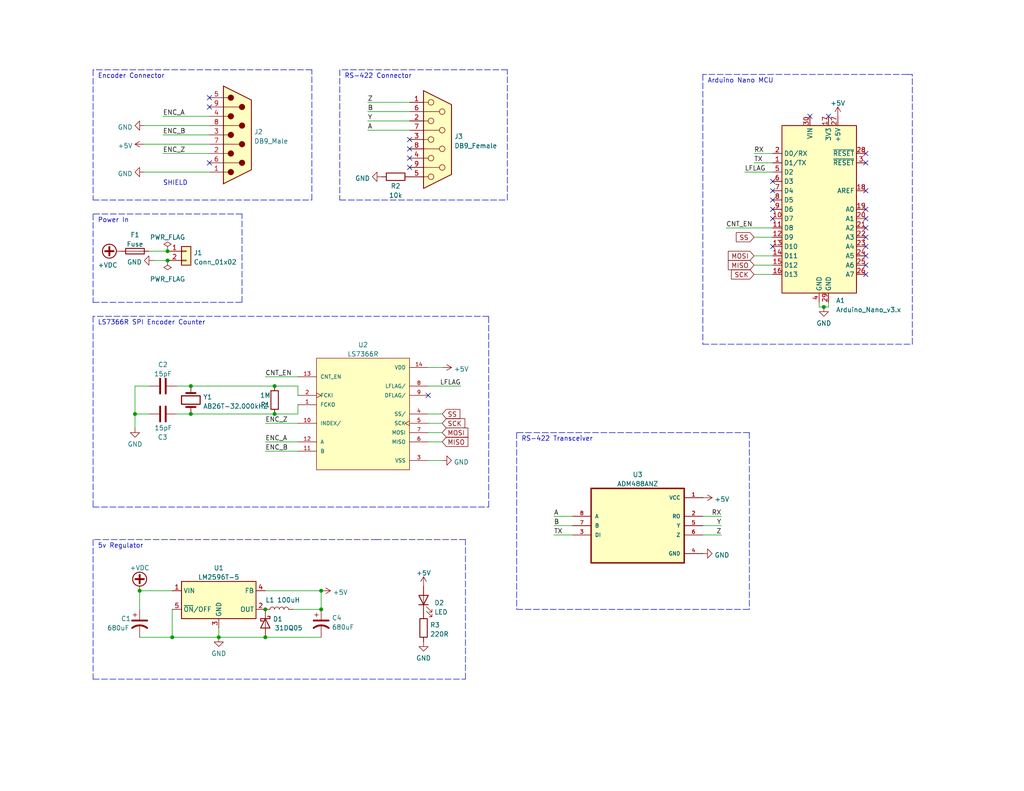
<source format=kicad_sch>
(kicad_sch (version 20211123) (generator eeschema)
  (paper "A")
  (title_block (title "TLM-18 Wrap-Up Supervisor") (date "2022-05-15") (rev "A") (company "Freeport7.space"))
  (lib_symbols
    (symbol "ADM488ANZ:ADM488ANZ" (pin_names (offset 1.016))
      (property "Reference" "U" (at -12.7 11.1506 0))
      (property "Value" "ADM488ANZ" (at -12.7 -14.1478 0))
      (symbol "ADM488ANZ_0_0"
        (rectangle (start -12.7 -10.16) (end 12.7 10.16) (stroke (width 0.4064)) (fill (type background)))
        (pin power_in line (at 17.78 7.62 180) (length 5.08) (name "VCC") (number "1"))
        (pin output line (at 17.78 2.54 180) (length 5.08) (name "RO") (number "2"))
        (pin input line (at -17.78 -2.54 0) (length 5.08) (name "DI") (number "3"))
        (pin power_in line (at 17.78 -7.62 180) (length 5.08) (name "GND") (number "4"))
        (pin output line (at 17.78 0 180) (length 5.08) (name "Y") (number "5"))
        (pin output line (at 17.78 -2.54 180) (length 5.08) (name "Z") (number "6"))
        (pin input line (at -17.78 0 0) (length 5.08) (name "B") (number "7"))
        (pin input line (at -17.78 2.54 0) (length 5.08) (name "A") (number "8"))
      )
    )
    (symbol "Connector:DB9_Female" (pin_names (offset 1.016) hide)
      (property "Reference" "J" (at 0 13.97 0))
      (property "Value" "DB9_Female" (at 0 -14.605 0))
      (symbol "DB9_Female_0_1"
        (circle (center -1.778 -10.16) (radius 0.762))
        (circle (center -1.778 -5.08) (radius 0.762))
        (circle (center -1.778 0) (radius 0.762))
        (circle (center -1.778 5.08) (radius 0.762))
        (circle (center -1.778 10.16) (radius 0.762))
        (polyline (pts (xy -3.81 -10.16) (xy -2.54 -10.16)))
        (polyline (pts (xy -3.81 -7.62) (xy 0.508 -7.62)))
        (polyline (pts (xy -3.81 -5.08) (xy -2.54 -5.08)))
        (polyline (pts (xy -3.81 -2.54) (xy 0.508 -2.54)))
        (polyline (pts (xy -3.81 0) (xy -2.54 0)))
        (polyline (pts (xy -3.81 2.54) (xy 0.508 2.54)))
        (polyline (pts (xy -3.81 5.08) (xy -2.54 5.08)))
        (polyline (pts (xy -3.81 7.62) (xy 0.508 7.62)))
        (polyline (pts (xy -3.81 10.16) (xy -2.54 10.16)))
        (polyline (pts (xy -3.81 13.335) (xy -3.81 -13.335) (xy 3.81 -9.525) (xy 3.81 9.525) (xy -3.81 13.335)) (stroke (width 0.254)) (fill (type background)))
        (circle (center 1.27 -7.62) (radius 0.762))
        (circle (center 1.27 -2.54) (radius 0.762))
        (circle (center 1.27 2.54) (radius 0.762))
        (circle (center 1.27 7.62) (radius 0.762))
      )
      (symbol "DB9_Female_1_1"
        (pin passive line (at -7.62 10.16 0) (length 3.81) (name "1") (number "1"))
        (pin passive line (at -7.62 5.08 0) (length 3.81) (name "2") (number "2"))
        (pin passive line (at -7.62 0 0) (length 3.81) (name "3") (number "3"))
        (pin passive line (at -7.62 -5.08 0) (length 3.81) (name "4") (number "4"))
        (pin passive line (at -7.62 -10.16 0) (length 3.81) (name "5") (number "5"))
        (pin passive line (at -7.62 7.62 0) (length 3.81) (name "6") (number "6"))
        (pin passive line (at -7.62 2.54 0) (length 3.81) (name "7") (number "7"))
        (pin passive line (at -7.62 -2.54 0) (length 3.81) (name "8") (number "8"))
        (pin passive line (at -7.62 -7.62 0) (length 3.81) (name "9") (number "9"))
      )
    )
    (symbol "Connector:DB9_Male" (pin_names (offset 1.016) hide)
      (property "Reference" "J" (at 0 13.97 0))
      (property "Value" "DB9_Male" (at 0 -14.605 0))
      (symbol "DB9_Male_0_1"
        (circle (center -1.778 -10.16) (radius 0.762) (fill (type outline)))
        (circle (center -1.778 -5.08) (radius 0.762) (fill (type outline)))
        (circle (center -1.778 0) (radius 0.762) (fill (type outline)))
        (circle (center -1.778 5.08) (radius 0.762) (fill (type outline)))
        (circle (center -1.778 10.16) (radius 0.762) (fill (type outline)))
        (polyline (pts (xy -3.81 -10.16) (xy -2.54 -10.16)))
        (polyline (pts (xy -3.81 -7.62) (xy 0.508 -7.62)))
        (polyline (pts (xy -3.81 -5.08) (xy -2.54 -5.08)))
        (polyline (pts (xy -3.81 -2.54) (xy 0.508 -2.54)))
        (polyline (pts (xy -3.81 0) (xy -2.54 0)))
        (polyline (pts (xy -3.81 2.54) (xy 0.508 2.54)))
        (polyline (pts (xy -3.81 5.08) (xy -2.54 5.08)))
        (polyline (pts (xy -3.81 7.62) (xy 0.508 7.62)))
        (polyline (pts (xy -3.81 10.16) (xy -2.54 10.16)))
        (polyline (pts (xy -3.81 -13.335) (xy -3.81 13.335) (xy 3.81 9.525) (xy 3.81 -9.525) (xy -3.81 -13.335)) (stroke (width 0.254)) (fill (type background)))
        (circle (center 1.27 -7.62) (radius 0.762) (fill (type outline)))
        (circle (center 1.27 -2.54) (radius 0.762) (fill (type outline)))
        (circle (center 1.27 2.54) (radius 0.762) (fill (type outline)))
        (circle (center 1.27 7.62) (radius 0.762) (fill (type outline)))
      )
      (symbol "DB9_Male_1_1"
        (pin passive line (at -7.62 -10.16 0) (length 3.81) (name "1") (number "1"))
        (pin passive line (at -7.62 -5.08 0) (length 3.81) (name "2") (number "2"))
        (pin passive line (at -7.62 0 0) (length 3.81) (name "3") (number "3"))
        (pin passive line (at -7.62 5.08 0) (length 3.81) (name "4") (number "4"))
        (pin passive line (at -7.62 10.16 0) (length 3.81) (name "5") (number "5"))
        (pin passive line (at -7.62 -7.62 0) (length 3.81) (name "6") (number "6"))
        (pin passive line (at -7.62 -2.54 0) (length 3.81) (name "7") (number "7"))
        (pin passive line (at -7.62 2.54 0) (length 3.81) (name "8") (number "8"))
        (pin passive line (at -7.62 7.62 0) (length 3.81) (name "9") (number "9"))
      )
    )
    (symbol "Connector_Generic:Conn_01x02" (pin_names (offset 1.016) hide)
      (property "Reference" "J" (at 0 2.54 0))
      (property "Value" "Conn_01x02" (at 0 -5.08 0))
      (symbol "Conn_01x02_1_1"
        (rectangle (start -1.27 -2.413) (end 0 -2.667) (stroke (width 0.1524)))
        (rectangle (start -1.27 0.127) (end 0 -0.127) (stroke (width 0.1524)))
        (rectangle (start -1.27 1.27) (end 1.27 -3.81) (stroke (width 0.254)) (fill (type background)))
        (pin passive line (at -5.08 0 0) (length 3.81) (name "Pin_1") (number "1"))
        (pin passive line (at -5.08 -2.54 0) (length 3.81) (name "Pin_2") (number "2"))
      )
    )
    (symbol "Device:C" (pin_numbers hide) (pin_names (offset 0.254))
      (property "Reference" "C" (at 0.635 2.54 0))
      (property "Value" "C" (at 0.635 -2.54 0))
      (symbol "C_0_1"
        (polyline (pts (xy -2.032 -0.762) (xy 2.032 -0.762)) (stroke (width 0.508)))
        (polyline (pts (xy -2.032 0.762) (xy 2.032 0.762)) (stroke (width 0.508)))
      )
      (symbol "C_1_1"
        (pin passive line (at 0 3.81 270) (length 2.794) (name "~") (number "1"))
        (pin passive line (at 0 -3.81 90) (length 2.794) (name "~") (number "2"))
      )
    )
    (symbol "Device:C_Polarized_US" (pin_numbers hide) (pin_names (offset 0.254) hide)
      (property "Reference" "C" (at 0.635 2.54 0))
      (property "Value" "C_Polarized_US" (at 0.635 -2.54 0))
      (symbol "C_Polarized_US_0_1"
        (polyline (pts (xy -2.032 0.762) (xy 2.032 0.762)) (stroke (width 0.508)))
        (polyline (pts (xy -1.778 2.286) (xy -0.762 2.286)))
        (polyline (pts (xy -1.27 1.778) (xy -1.27 2.794)))
        (arc (start 2.032 -1.27) (mid 0 -0.5572) (end -2.032 -1.27) (stroke (width 0.508)))
      )
      (symbol "C_Polarized_US_1_1"
        (pin passive line (at 0 3.81 270) (length 2.794) (name "~") (number "1"))
        (pin passive line (at 0 -3.81 90) (length 3.302) (name "~") (number "2"))
      )
    )
    (symbol "Device:Crystal" (pin_numbers hide) (pin_names (offset 1.016) hide)
      (property "Reference" "Y" (at 0 3.81 0))
      (property "Value" "Crystal" (at 0 -3.81 0))
      (symbol "Crystal_0_1"
        (rectangle (start -1.143 2.54) (end 1.143 -2.54) (stroke (width 0.3048)))
        (polyline (pts (xy -2.54 0) (xy -1.905 0)))
        (polyline (pts (xy -1.905 -1.27) (xy -1.905 1.27)) (stroke (width 0.508)))
        (polyline (pts (xy 1.905 -1.27) (xy 1.905 1.27)) (stroke (width 0.508)))
        (polyline (pts (xy 2.54 0) (xy 1.905 0)))
      )
      (symbol "Crystal_1_1"
        (pin passive line (at -3.81 0 0) (length 1.27) (name "1") (number "1"))
        (pin passive line (at 3.81 0 180) (length 1.27) (name "2") (number "2"))
      )
    )
    (symbol "Device:D_Schottky" (pin_numbers hide) (pin_names (offset 1.016) hide)
      (property "Reference" "D" (at 0 2.54 0))
      (property "Value" "D_Schottky" (at 0 -2.54 0))
      (symbol "D_Schottky_0_1"
        (polyline (pts (xy 1.27 0) (xy -1.27 0)))
        (polyline (pts (xy 1.27 1.27) (xy 1.27 -1.27) (xy -1.27 0) (xy 1.27 1.27)) (stroke (width 0.254)))
        (polyline (pts (xy -1.905 0.635) (xy -1.905 1.27) (xy -1.27 1.27) (xy -1.27 -1.27) (xy -0.635 -1.27) (xy -0.635 -0.635)) (stroke (width 0.254)))
      )
      (symbol "D_Schottky_1_1"
        (pin passive line (at -3.81 0 0) (length 2.54) (name "K") (number "1"))
        (pin passive line (at 3.81 0 180) (length 2.54) (name "A") (number "2"))
      )
    )
    (symbol "Device:Fuse" (pin_numbers hide) (pin_names (offset 0))
      (property "Reference" "F" (at 2.032 0 90))
      (property "Value" "Fuse" (at -1.905 0 90))
      (symbol "Fuse_0_1"
        (rectangle (start -0.762 -2.54) (end 0.762 2.54) (stroke (width 0.254)))
        (polyline (pts (xy 0 2.54) (xy 0 -2.54)))
      )
      (symbol "Fuse_1_1"
        (pin passive line (at 0 3.81 270) (length 1.27) (name "~") (number "1"))
        (pin passive line (at 0 -3.81 90) (length 1.27) (name "~") (number "2"))
      )
    )
    (symbol "Device:L" (pin_numbers hide) (pin_names (offset 1.016) hide)
      (property "Reference" "L" (at -1.27 0 90))
      (property "Value" "L" (at 1.905 0 90))
      (symbol "L_0_1"
        (arc (start 0 -2.54) (mid 0.635 -1.905) (end 0 -1.27))
        (arc (start 0 -1.27) (mid 0.635 -0.635) (end 0 0))
        (arc (start 0 0) (mid 0.635 0.635) (end 0 1.27))
        (arc (start 0 1.27) (mid 0.635 1.905) (end 0 2.54))
      )
      (symbol "L_1_1"
        (pin passive line (at 0 3.81 270) (length 1.27) (name "1") (number "1"))
        (pin passive line (at 0 -3.81 90) (length 1.27) (name "2") (number "2"))
      )
    )
    (symbol "Device:LED" (pin_numbers hide) (pin_names (offset 1.016) hide)
      (property "Reference" "D" (at 0 2.54 0))
      (property "Value" "LED" (at 0 -2.54 0))
      (symbol "LED_0_1"
        (polyline (pts (xy -1.27 -1.27) (xy -1.27 1.27)) (stroke (width 0.254)))
        (polyline (pts (xy -1.27 0) (xy 1.27 0)))
        (polyline (pts (xy 1.27 -1.27) (xy 1.27 1.27) (xy -1.27 0) (xy 1.27 -1.27)) (stroke (width 0.254)))
        (polyline (pts (xy -3.048 -0.762) (xy -4.572 -2.286) (xy -3.81 -2.286) (xy -4.572 -2.286) (xy -4.572 -1.524)))
        (polyline (pts (xy -1.778 -0.762) (xy -3.302 -2.286) (xy -2.54 -2.286) (xy -3.302 -2.286) (xy -3.302 -1.524)))
      )
      (symbol "LED_1_1"
        (pin passive line (at -3.81 0 0) (length 2.54) (name "K") (number "1"))
        (pin passive line (at 3.81 0 180) (length 2.54) (name "A") (number "2"))
      )
    )
    (symbol "Device:R" (pin_numbers hide) (pin_names (offset 0))
      (property "Reference" "R" (at 2.032 0 90))
      (property "Value" "R" (at 0 0 90))
      (symbol "R_0_1"
        (rectangle (start -1.016 -2.54) (end 1.016 2.54) (stroke (width 0.254)))
      )
      (symbol "R_1_1"
        (pin passive line (at 0 3.81 270) (length 1.27) (name "~") (number "1"))
        (pin passive line (at 0 -3.81 90) (length 1.27) (name "~") (number "2"))
      )
    )
    (symbol "LS7366R:LS7366R" (pin_names (offset 1.016))
      (property "Reference" "U" (at -12.7 16.002 0))
      (property "Value" "LS7366R" (at -12.7 -18.542 0))
      (symbol "LS7366R_0_0"
        (rectangle (start -12.7 -15.24) (end 12.7 15.24) (stroke (width 0.1524)) (fill (type background)))
        (pin output line (at -17.78 2.54 0) (length 5.08) (name "FCKO") (number "1"))
        (pin input line (at -17.78 -2.54 0) (length 5.08) (name "INDEX/") (number "10"))
        (pin input line (at -17.78 -10.16 0) (length 5.08) (name "B") (number "11"))
        (pin input line (at -17.78 -7.62 0) (length 5.08) (name "A") (number "12"))
        (pin input line (at -17.78 10.16 0) (length 5.08) (name "CNT_EN") (number "13"))
        (pin power_in line (at 17.78 12.7 180) (length 5.08) (name "VDD") (number "14"))
        (pin input clock (at -17.78 5.08 0) (length 5.08) (name "FCKI") (number "2"))
        (pin power_in line (at 17.78 -12.7 180) (length 5.08) (name "VSS") (number "3"))
        (pin input line (at 17.78 0 180) (length 5.08) (name "SS/") (number "4"))
        (pin input clock (at 17.78 -2.54 180) (length 5.08) (name "SCK") (number "5"))
        (pin output line (at 17.78 -7.62 180) (length 5.08) (name "MISO") (number "6"))
        (pin input line (at 17.78 -5.08 180) (length 5.08) (name "MOSI") (number "7"))
        (pin output line (at 17.78 7.62 180) (length 5.08) (name "LFLAG/") (number "8"))
        (pin output line (at 17.78 5.08 180) (length 5.08) (name "DFLAG/") (number "9"))
      )
    )
    (symbol "MCU_Module:Arduino_Nano_v3.x"
      (property "Reference" "A" (at -10.16 23.495 0))
      (property "Value" "Arduino_Nano_v3.x" (at 5.08 -24.13 0))
      (symbol "Arduino_Nano_v3.x_0_1"
        (rectangle (start -10.16 22.86) (end 10.16 -22.86) (stroke (width 0.254)) (fill (type background)))
      )
      (symbol "Arduino_Nano_v3.x_1_1"
        (pin bidirectional line (at -12.7 12.7 0) (length 2.54) (name "D1/TX") (number "1"))
        (pin bidirectional line (at -12.7 -2.54 0) (length 2.54) (name "D7") (number "10"))
        (pin bidirectional line (at -12.7 -5.08 0) (length 2.54) (name "D8") (number "11"))
        (pin bidirectional line (at -12.7 -7.62 0) (length 2.54) (name "D9") (number "12"))
        (pin bidirectional line (at -12.7 -10.16 0) (length 2.54) (name "D10") (number "13"))
        (pin bidirectional line (at -12.7 -12.7 0) (length 2.54) (name "D11") (number "14"))
        (pin bidirectional line (at -12.7 -15.24 0) (length 2.54) (name "D12") (number "15"))
        (pin bidirectional line (at -12.7 -17.78 0) (length 2.54) (name "D13") (number "16"))
        (pin power_out line (at 2.54 25.4 270) (length 2.54) (name "3V3") (number "17"))
        (pin input line (at 12.7 5.08 180) (length 2.54) (name "AREF") (number "18"))
        (pin bidirectional line (at 12.7 0 180) (length 2.54) (name "A0") (number "19"))
        (pin bidirectional line (at -12.7 15.24 0) (length 2.54) (name "D0/RX") (number "2"))
        (pin bidirectional line (at 12.7 -2.54 180) (length 2.54) (name "A1") (number "20"))
        (pin bidirectional line (at 12.7 -5.08 180) (length 2.54) (name "A2") (number "21"))
        (pin bidirectional line (at 12.7 -7.62 180) (length 2.54) (name "A3") (number "22"))
        (pin bidirectional line (at 12.7 -10.16 180) (length 2.54) (name "A4") (number "23"))
        (pin bidirectional line (at 12.7 -12.7 180) (length 2.54) (name "A5") (number "24"))
        (pin bidirectional line (at 12.7 -15.24 180) (length 2.54) (name "A6") (number "25"))
        (pin bidirectional line (at 12.7 -17.78 180) (length 2.54) (name "A7") (number "26"))
        (pin power_out line (at 5.08 25.4 270) (length 2.54) (name "+5V") (number "27"))
        (pin input line (at 12.7 15.24 180) (length 2.54) (name "~{RESET}") (number "28"))
        (pin power_in line (at 2.54 -25.4 90) (length 2.54) (name "GND") (number "29"))
        (pin input line (at 12.7 12.7 180) (length 2.54) (name "~{RESET}") (number "3"))
        (pin power_in line (at -2.54 25.4 270) (length 2.54) (name "VIN") (number "30"))
        (pin power_in line (at 0 -25.4 90) (length 2.54) (name "GND") (number "4"))
        (pin bidirectional line (at -12.7 10.16 0) (length 2.54) (name "D2") (number "5"))
        (pin bidirectional line (at -12.7 7.62 0) (length 2.54) (name "D3") (number "6"))
        (pin bidirectional line (at -12.7 5.08 0) (length 2.54) (name "D4") (number "7"))
        (pin bidirectional line (at -12.7 2.54 0) (length 2.54) (name "D5") (number "8"))
        (pin bidirectional line (at -12.7 0 0) (length 2.54) (name "D6") (number "9"))
      )
    )
    (symbol "Regulator_Switching:LM2596T-5"
      (property "Reference" "U" (at -10.16 6.35 0))
      (property "Value" "LM2596T-5" (at 0 6.35 0))
      (symbol "LM2596T-5_0_1"
        (rectangle (start -10.16 5.08) (end 10.16 -5.08) (stroke (width 0.254)) (fill (type background)))
      )
      (symbol "LM2596T-5_1_1"
        (pin power_in line (at -12.7 2.54 0) (length 2.54) (name "VIN") (number "1"))
        (pin output line (at 12.7 -2.54 180) (length 2.54) (name "OUT") (number "2"))
        (pin power_in line (at 0 -7.62 90) (length 2.54) (name "GND") (number "3"))
        (pin input line (at 12.7 2.54 180) (length 2.54) (name "FB") (number "4"))
        (pin input line (at -12.7 -2.54 0) (length 2.54) (name "~{ON}/OFF") (number "5"))
      )
    )
    (symbol "power:+5V" (power) (pin_names (offset 0))
      (property "Value" "+5V" (at 0 3.556 0))
      (symbol "+5V_0_1"
        (polyline (pts (xy -0.762 1.27) (xy 0 2.54)))
        (polyline (pts (xy 0 0) (xy 0 2.54)))
        (polyline (pts (xy 0 2.54) (xy 0.762 1.27)))
      )
      (symbol "+5V_1_1"
        (pin power_in line (at 0 0 90) (length 0) hide (name "+5V") (number "1"))
      )
    )
    (symbol "power:+VDC" (power) (pin_names (offset 0))
      (property "Value" "+VDC" (at 0 6.35 0))
      (symbol "+VDC_0_1"
        (polyline (pts (xy -1.143 3.175) (xy 1.143 3.175)) (stroke (width 0.508)))
        (polyline (pts (xy 0 0) (xy 0 1.27)))
        (polyline (pts (xy 0 2.032) (xy 0 4.318)) (stroke (width 0.508)))
        (circle (center 0 3.175) (radius 1.905) (stroke (width 0.254)))
      )
      (symbol "+VDC_1_1"
        (pin power_in line (at 0 0 90) (length 0) hide (name "+VDC") (number "1"))
      )
    )
    (symbol "power:GND" (power) (pin_names (offset 0))
      (property "Value" "GND" (at 0 -3.81 0))
      (symbol "GND_0_1"
        (polyline (pts (xy 0 0) (xy 0 -1.27) (xy 1.27 -1.27) (xy 0 -2.54) (xy -1.27 -1.27) (xy 0 -1.27)))
      )
      (symbol "GND_1_1"
        (pin power_in line (at 0 0 270) (length 0) hide (name "GND") (number "1"))
      )
    )
    (symbol "power:PWR_FLAG" (power) (pin_numbers hide) (pin_names (offset 0) hide)
      (property "Value" "PWR_FLAG" (at 0 3.81 0))
      (symbol "PWR_FLAG_0_0"
        (pin power_out line (at 0 0 90) (length 0) (name "pwr") (number "1"))
      )
      (symbol "PWR_FLAG_0_1"
        (polyline (pts (xy 0 0) (xy 0 1.27) (xy -1.016 1.905) (xy 0 2.54) (xy 1.016 1.905) (xy 0 1.27)))
      )
    )
  )
  (junction (at 74.93 113.03))
  (junction (at 36.83 113.03))
  (junction (at 224.79 83.82))
  (junction (at 38.1 161.29))
  (junction (at 87.63 166.37))
  (junction (at 45.72 71.12))
  (junction (at 45.72 68.58))
  (junction (at 72.39 166.37))
  (junction (at 59.69 173.99))
  (junction (at 52.07 105.41))
  (junction (at 87.63 161.29))
  (junction (at 52.07 113.03))
  (junction (at 74.93 105.41))
  (junction (at 72.39 173.99))
  (junction (at 46.99 173.99))
  (no_connect (at 111.76 45.72))
  (no_connect (at 111.76 40.64))
  (no_connect (at 111.76 38.1))
  (no_connect (at 111.76 43.18))
  (no_connect (at 226.06 31.75))
  (no_connect (at 57.15 29.21))
  (no_connect (at 57.15 26.67))
  (no_connect (at 57.15 44.45))
  (no_connect (at 220.98 31.75))
  (no_connect (at 236.22 44.45))
  (no_connect (at 236.22 41.91))
  (no_connect (at 236.22 52.07))
  (no_connect (at 236.22 57.15))
  (no_connect (at 236.22 59.69))
  (no_connect (at 236.22 62.23))
  (no_connect (at 236.22 74.93))
  (no_connect (at 210.82 67.31))
  (no_connect (at 210.82 59.69))
  (no_connect (at 210.82 57.15))
  (no_connect (at 210.82 54.61))
  (no_connect (at 210.82 52.07))
  (no_connect (at 210.82 49.53))
  (no_connect (at 236.22 64.77))
  (no_connect (at 236.22 67.31))
  (no_connect (at 236.22 69.85))
  (no_connect (at 236.22 72.39))
  (no_connect (at 116.84 107.95))
  (wire (pts (xy 48.26 113.03) (xy 52.07 113.03)))
  (wire (pts (xy 46.99 166.37) (xy 46.99 173.99)))
  (polyline (pts (xy 102.87 147.32) (xy 25.4 147.32)))
  (wire (pts (xy 223.52 83.82) (xy 224.79 83.82)))
  (wire (pts (xy 40.64 68.58) (xy 45.72 68.58)))
  (wire (pts (xy 52.07 105.41) (xy 74.93 105.41)))
  (polyline (pts (xy 133.35 86.36) (xy 25.4 86.36)))
  (polyline (pts (xy 191.77 20.32) (xy 191.77 93.98)))
  (wire (pts (xy 39.37 39.37) (xy 57.15 39.37)))
  (wire (pts (xy 72.39 120.65) (xy 81.28 120.65)))
  (polyline (pts (xy 248.92 93.98) (xy 248.92 20.32)))
  (polyline (pts (xy 25.4 138.43) (xy 133.35 138.43)))
  (wire (pts (xy 48.26 105.41) (xy 52.07 105.41)))
  (polyline (pts (xy 127 185.42) (xy 127 147.32)))
  (wire (pts (xy 36.83 113.03) (xy 36.83 116.84)))
  (wire (pts (xy 87.63 166.37) (xy 80.01 166.37)))
  (wire (pts (xy 38.1 161.29) (xy 38.1 166.37)))
  (wire (pts (xy 151.13 143.51) (xy 156.21 143.51)))
  (wire (pts (xy 116.84 115.57) (xy 120.65 115.57)))
  (wire (pts (xy 191.77 143.51) (xy 196.85 143.51)))
  (wire (pts (xy 205.74 69.85) (xy 210.82 69.85)))
  (wire (pts (xy 44.45 36.83) (xy 57.15 36.83)))
  (polyline (pts (xy 138.43 19.05) (xy 92.71 19.05)))
  (wire (pts (xy 45.72 71.12) (xy 41.91 71.12)))
  (wire (pts (xy 72.39 173.99) (xy 59.69 173.99)))
  (wire (pts (xy 100.33 30.48) (xy 111.76 30.48)))
  (wire (pts (xy 40.64 105.41) (xy 36.83 105.41)))
  (polyline (pts (xy 25.4 185.42) (xy 127 185.42)))
  (wire (pts (xy 72.39 115.57) (xy 81.28 115.57)))
  (wire (pts (xy 191.77 140.97) (xy 196.85 140.97)))
  (wire (pts (xy 44.45 31.75) (xy 57.15 31.75)))
  (wire (pts (xy 39.37 34.29) (xy 57.15 34.29)))
  (polyline (pts (xy 25.4 86.36) (xy 25.4 138.43)))
  (polyline (pts (xy 191.77 93.98) (xy 248.92 93.98)))
  (wire (pts (xy 44.45 41.91) (xy 57.15 41.91)))
  (wire (pts (xy 100.33 35.56) (xy 111.76 35.56)))
  (wire (pts (xy 72.39 161.29) (xy 87.63 161.29)))
  (wire (pts (xy 226.06 82.55) (xy 226.06 83.82)))
  (polyline (pts (xy 248.92 20.32) (xy 247.65 20.32)))
  (wire (pts (xy 59.69 171.45) (xy 59.69 173.99)))
  (polyline (pts (xy 25.4 58.42) (xy 25.4 82.55)))
  (wire (pts (xy 205.74 64.77) (xy 210.82 64.77)))
  (polyline (pts (xy 140.97 118.11) (xy 140.97 166.37)))
  (wire (pts (xy 87.63 161.29) (xy 87.63 166.37)))
  (wire (pts (xy 203.2 46.99) (xy 210.82 46.99)))
  (polyline (pts (xy 92.71 54.61) (xy 138.43 54.61)))
  (polyline (pts (xy 25.4 82.55) (xy 66.04 82.55)))
  (wire (pts (xy 38.1 173.99) (xy 46.99 173.99)))
  (wire (pts (xy 191.77 146.05) (xy 196.85 146.05)))
  (wire (pts (xy 81.28 110.49) (xy 81.28 113.03)))
  (polyline (pts (xy 85.09 54.61) (xy 85.09 19.05)))
  (wire (pts (xy 205.74 41.91) (xy 210.82 41.91)))
  (polyline (pts (xy 66.04 58.42) (xy 25.4 58.42)))
  (wire (pts (xy 226.06 83.82) (xy 224.79 83.82)))
  (polyline (pts (xy 92.71 19.05) (xy 92.71 54.61)))
  (polyline (pts (xy 25.4 147.32) (xy 25.4 185.42)))
  (wire (pts (xy 223.52 82.55) (xy 223.52 83.82)))
  (wire (pts (xy 100.33 33.02) (xy 111.76 33.02)))
  (wire (pts (xy 198.12 62.23) (xy 210.82 62.23)))
  (polyline (pts (xy 133.35 138.43) (xy 133.35 86.36)))
  (polyline (pts (xy 25.4 19.05) (xy 25.4 54.61)))
  (polyline (pts (xy 204.47 118.11) (xy 140.97 118.11)))
  (wire (pts (xy 205.74 44.45) (xy 210.82 44.45)))
  (polyline (pts (xy 25.4 54.61) (xy 85.09 54.61)))
  (wire (pts (xy 38.1 161.29) (xy 46.99 161.29)))
  (polyline (pts (xy 140.97 166.37) (xy 204.47 166.37)))
  (wire (pts (xy 74.93 105.41) (xy 81.28 105.41)))
  (wire (pts (xy 116.84 125.73) (xy 120.65 125.73)))
  (wire (pts (xy 39.37 46.99) (xy 57.15 46.99)))
  (polyline (pts (xy 85.09 19.05) (xy 25.4 19.05)))
  (wire (pts (xy 116.84 105.41) (xy 125.73 105.41)))
  (polyline (pts (xy 66.04 82.55) (xy 66.04 58.42)))
  (wire (pts (xy 36.83 113.03) (xy 40.64 113.03)))
  (wire (pts (xy 205.74 72.39) (xy 210.82 72.39)))
  (wire (pts (xy 151.13 146.05) (xy 156.21 146.05)))
  (wire (pts (xy 205.74 74.93) (xy 210.82 74.93)))
  (wire (pts (xy 72.39 123.19) (xy 81.28 123.19)))
  (wire (pts (xy 151.13 140.97) (xy 156.21 140.97)))
  (wire (pts (xy 36.83 105.41) (xy 36.83 113.03)))
  (polyline (pts (xy 127 147.32) (xy 102.87 147.32)))
  (wire (pts (xy 116.84 100.33) (xy 120.65 100.33)))
  (wire (pts (xy 46.99 173.99) (xy 59.69 173.99)))
  (wire (pts (xy 74.93 113.03) (xy 81.28 113.03)))
  (wire (pts (xy 52.07 113.03) (xy 74.93 113.03)))
  (wire (pts (xy 81.28 105.41) (xy 81.28 107.95)))
  (wire (pts (xy 72.39 102.87) (xy 81.28 102.87)))
  (wire (pts (xy 116.84 120.65) (xy 120.65 120.65)))
  (polyline (pts (xy 204.47 118.11) (xy 204.47 166.37)))
  (wire (pts (xy 116.84 113.03) (xy 120.65 113.03)))
  (polyline (pts (xy 247.65 20.32) (xy 191.77 20.32)))
  (wire (pts (xy 116.84 118.11) (xy 120.65 118.11)))
  (wire (pts (xy 72.39 173.99) (xy 87.63 173.99)))
  (polyline (pts (xy 138.43 54.61) (xy 138.43 19.05)))
  (wire (pts (xy 100.33 27.94) (xy 111.76 27.94)))
  (text "RS-422 Connector" (at 93.98 21.59 0) (effects (font (size 1.27 1.27)) (justify left bottom)))
  (text "Arduino Nano MCU" (at 193.04 22.86 0) (effects (font (size 1.27 1.27)) (justify left bottom)))
  (text "LS7366R SPI Encoder Counter" (at 26.67 88.9 0) (effects (font (size 1.27 1.27)) (justify left bottom)))
  (text "Power In" (at 26.67 60.96 0) (effects (font (size 1.27 1.27)) (justify left bottom)))
  (text "Encoder Connector" (at 26.67 21.59 0) (effects (font (size 1.27 1.27)) (justify left bottom)))
  (text "SHIELD" (at 44.45 50.8 0) (effects (font (size 1.27 1.27)) (justify left bottom)))
  (text "RS-422 Transceiver" (at 142.24 120.65 0) (effects (font (size 1.27 1.27)) (justify left bottom)))
  (text "5v Regulator" (at 26.67 149.86 0) (effects (font (size 1.27 1.27)) (justify left bottom)))
  (label "CNT_EN" (at 198.12 62.23 0))
  (label "LFLAG" (at 125.73 105.41 180))
  (label "Y" (at 196.85 143.51 180))
  (label "ENC_Z" (at 72.39 115.57 0))
  (label "TX" (at 151.13 146.05 0))
  (label "Z" (at 100.33 27.94 0))
  (label "ENC_B" (at 72.39 123.19 0))
  (label "B" (at 100.33 30.48 0))
  (label "ENC_Z" (at 44.45 41.91 0))
  (label "RX" (at 196.85 140.97 180))
  (label "Y" (at 100.33 33.02 0))
  (label "B" (at 151.13 143.51 0))
  (label "RX" (at 205.74 41.91 0))
  (label "ENC_B" (at 44.45 36.83 0))
  (label "LFLAG" (at 203.2 46.99 0))
  (label "A" (at 100.33 35.56 0))
  (label "A" (at 151.13 140.97 0))
  (label "ENC_A" (at 72.39 120.65 0))
  (label "Z" (at 196.85 146.05 180))
  (label "CNT_EN" (at 72.39 102.87 0))
  (label "ENC_A" (at 44.45 31.75 0))
  (label "TX" (at 205.74 44.45 0))
  (global_label "MISO" (shape input) (at 120.65 120.65 0) (property "Intersheet References" "${INTERSHEET_REFS}" (effects hide)))
  (global_label "SS" (shape input) (at 120.65 113.03 0) (property "Intersheet References" "${INTERSHEET_REFS}" (effects hide)))
  (global_label "MOSI" (shape input) (at 120.65 118.11 0) (property "Intersheet References" "${INTERSHEET_REFS}" (effects hide)))
  (global_label "SCK" (shape input) (at 120.65 115.57 0) (property "Intersheet References" "${INTERSHEET_REFS}" (effects hide)))
  (global_label "MISO" (shape input) (at 205.74 72.39 180) (property "Intersheet References" "${INTERSHEET_REFS}" (effects hide)))
  (global_label "SS" (shape input) (at 205.74 64.77 180) (property "Intersheet References" "${INTERSHEET_REFS}" (effects hide)))
  (global_label "SCK" (shape input) (at 205.74 74.93 180) (property "Intersheet References" "${INTERSHEET_REFS}" (effects hide)))
  (global_label "MOSI" (shape input) (at 205.74 69.85 180) (property "Intersheet References" "${INTERSHEET_REFS}" (effects hide)))
  (symbol (lib_id "Device:C") (at 44.45 105.41 90) (unit 1)
    (property "Reference" "C2" (at 44.45 99.5512 90))
    (property "Value" "15pF" (at 44.45 102.0881 90))
    (property "Footprint" "Capacitor_THT:C_Rect_L4.0mm_W2.5mm_P2.50mm" (effects hide))
  )
  (symbol (lib_id "Device:LED") (at 115.57 163.83 90) (unit 1)
    (property "Reference" "D2" (at 118.491 164.5828 90) (effects (justify right)))
    (property "Value" "LED" (at 118.491 167.1197 90) (effects (justify right)))
    (property "Footprint" "LED_THT:LED_D5.0mm" (effects hide))
  )
  (symbol (lib_id "Device:L") (at 76.2 166.37 90) (unit 1)
    (property "Reference" "L1" (at 73.66 163.83 90))
    (property "Value" "100uH" (at 78.74 163.83 90))
    (property "Footprint" "Inductor_THT:L_Radial_D12.0mm_P5.00mm_Fastron_11P" (effects hide))
  )
  (symbol (lib_id "power:+5V") (at 191.77 135.89 270) (unit 1)
    (property "Reference" "#PWR016" (effects hide))
    (property "Value" "+5V" (at 194.945 136.3238 90) (effects (justify left)))
  )
  (symbol (lib_id "Device:Crystal") (at 52.07 109.22 90) (unit 1)
    (property "Reference" "Y1" (at 55.3974 108.3853 90) (effects (justify right)))
    (property "Value" "AB26T-32.000kHZ" (at 55.3974 110.9222 90) (effects (justify right)))
    (property "Footprint" "Crystal:Crystal_DS26_D2.0mm_L6.0mm_Horizontal" (effects hide))
  )
  (symbol (lib_id "power:PWR_FLAG") (at 45.72 71.12 180) (unit 1)
    (property "Reference" "#FLG0102" (effects hide))
    (property "Value" "PWR_FLAG" (at 45.72 76.2 0))
  )
  (symbol (lib_id "power:+5V") (at 228.6 31.75 0) (unit 1)
    (property "Reference" "#PWR015" (effects hide))
    (property "Value" "+5V" (at 228.6 28.1742 0))
  )
  (symbol (lib_id "power:+5V") (at 120.65 100.33 270) (unit 1)
    (property "Reference" "#PWR012" (effects hide))
    (property "Value" "+5V" (at 123.825 100.7638 90) (effects (justify left)))
  )
  (symbol (lib_id "Device:D_Schottky") (at 72.39 170.18 270) (unit 1)
    (property "Reference" "D1" (at 74.422 169.0278 90) (effects (justify left)))
    (property "Value" "31DQ05" (at 74.93 171.45 90) (effects (justify left)))
    (property "Footprint" "Diode_THT:D_DO-201AD_P15.24mm_Horizontal" (effects hide))
  )
  (symbol (lib_id "Device:C_Polarized_US") (at 38.1 170.18 0) (unit 1)
    (property "Reference" "C1" (at 33.02 168.91 0) (effects (justify left)))
    (property "Value" "680uF" (at 29.21 171.45 0) (effects (justify left)))
    (property "Footprint" "Capacitor_THT:C_Radial_D12.5mm_H20.0mm_P5.00mm" (effects hide))
  )
  (symbol (lib_id "power:GND") (at 41.91 71.12 270) (unit 1)
    (property "Reference" "#PWR06" (effects hide))
    (property "Value" "GND" (at 38.7351 71.5538 90) (effects (justify right)))
  )
  (symbol (lib_id "power:GND") (at 191.77 151.13 90) (unit 1)
    (property "Reference" "#PWR017" (effects hide))
    (property "Value" "GND" (at 194.945 151.5638 90) (effects (justify right)))
  )
  (symbol (lib_id "Device:C_Polarized_US") (at 87.63 170.18 0) (unit 1)
    (property "Reference" "C4" (at 90.551 168.7103 0) (effects (justify left)))
    (property "Value" "680uF" (at 90.551 171.2472 0) (effects (justify left)))
    (property "Footprint" "Capacitor_THT:C_Radial_D12.5mm_H20.0mm_P5.00mm" (effects hide))
  )
  (symbol (lib_id "power:GND") (at 39.37 34.29 270) (unit 1)
    (property "Reference" "#PWR02" (effects hide))
    (property "Value" "GND" (at 36.1951 34.7238 90) (effects (justify right)))
  )
  (symbol (lib_id "LS7366R:LS7366R") (at 99.06 113.03 0) (unit 1)
    (property "Reference" "U2" (at 99.06 94.141 0))
    (property "Value" "LS7366R" (at 99.06 96.6779 0))
    (property "Footprint" "TLM-18-Footprints:DIP762W45P254L1917H533Q14" (effects hide))
    (property "PARTREV" "June 2014" (effects hide))
    (property "STANDARD" "IPC 7351B" (effects hide))
    (property "MAXIMUM_PACKAGE_HEIGHT" "5.33 mm" (effects hide))
    (property "MANUFACTURER" "LSI/CSI" (effects hide))
  )
  (symbol (lib_id "ADM488ANZ:ADM488ANZ") (at 173.99 143.51 0) (unit 1)
    (property "Reference" "U3" (at 173.99 129.574 0))
    (property "Value" "ADM488ANZ" (at 173.99 132.1109 0))
    (property "Footprint" "TLM-18-Footprints:DIP787W46P254L953H457Q8" (effects hide))
  )
  (symbol (lib_id "power:PWR_FLAG") (at 45.72 68.58 0) (unit 1)
    (property "Reference" "#FLG0101" (effects hide))
    (property "Value" "PWR_FLAG" (at 45.72 64.77 0))
  )
  (symbol (lib_id "Device:R") (at 74.93 109.22 0) (unit 1)
    (property "Reference" "R1" (at 72.39 110.49 0))
    (property "Value" "1M" (at 72.39 107.95 0))
    (property "Footprint" "Resistor_THT:R_Axial_DIN0207_L6.3mm_D2.5mm_P7.62mm_Horizontal" (effects hide))
  )
  (symbol (lib_id "power:+5V") (at 115.57 160.02 0) (unit 1)
    (property "Reference" "#PWR010" (effects hide))
    (property "Value" "+5V" (at 115.57 156.4442 0))
  )
  (symbol (lib_id "power:GND") (at 59.69 173.99 0) (unit 1)
    (property "Reference" "#PWR07" (effects hide))
    (property "Value" "GND" (at 59.69 178.4334 0))
  )
  (symbol (lib_id "Device:C") (at 44.45 113.03 90) (unit 1)
    (property "Reference" "C3" (at 45.72 119.38 90) (effects (justify left)))
    (property "Value" "15pF" (at 46.99 116.84 90) (effects (justify left)))
    (property "Footprint" "Capacitor_THT:C_Rect_L4.0mm_W2.5mm_P2.50mm" (effects hide))
  )
  (symbol (lib_id "Device:R") (at 107.95 48.26 270) (unit 1)
    (property "Reference" "R2" (at 107.95 50.8 90))
    (property "Value" "10k" (at 107.95 53.34 90))
    (property "Footprint" "Resistor_THT:R_Axial_DIN0207_L6.3mm_D2.5mm_P7.62mm_Horizontal" (effects hide))
  )
  (symbol (lib_id "Connector:DB9_Male") (at 64.77 36.83 0) (unit 1)
    (property "Reference" "J2" (at 69.342 35.9953 0) (effects (justify left)))
    (property "Value" "DB9_Male" (at 69.342 38.5322 0) (effects (justify left)))
    (property "Footprint" "Connector_Dsub:DSUB-9_Male_Vertical_P2.77x2.84mm_MountingHoles" (effects hide))
    (property "Datasheet" " ~" (effects hide))
  )
  (symbol (lib_id "power:GND") (at 104.14 48.26 270) (unit 1)
    (property "Reference" "#PWR08" (effects hide))
    (property "Value" "GND" (at 100.9651 48.6938 90) (effects (justify right)))
  )
  (symbol (lib_id "Connector_Generic:Conn_01x02") (at 50.8 68.58 0) (unit 1)
    (property "Reference" "J1" (at 52.832 69.0153 0) (effects (justify left)))
    (property "Value" "Conn_01x02" (at 52.832 71.5522 0) (effects (justify left)))
    (property "Footprint" "Connector_PinHeader_2.54mm:PinHeader_1x02_P2.54mm_Vertical" (effects hide))
  )
  (symbol (lib_id "power:+5V") (at 87.63 161.29 270) (unit 1)
    (property "Reference" "#PWR09" (effects hide))
    (property "Value" "+5V" (at 90.805 161.7238 90) (effects (justify left)))
  )
  (symbol (lib_id "Regulator_Switching:LM2596T-5") (at 59.69 163.83 0) (unit 1)
    (property "Reference" "U1" (at 59.69 155.0502 0))
    (property "Value" "LM2596T-5" (at 59.69 157.5871 0))
    (property "Footprint" "Package_TO_SOT_THT:TO-220-5_P3.4x3.7mm_StaggerOdd_Lead3.8mm_Vertical" (effects hide))
    (property "Datasheet" "http://www.ti.com/lit/ds/symlink/lm2596.pdf" (effects hide))
  )
  (symbol (lib_id "Device:R") (at 115.57 171.45 0) (unit 1)
    (property "Reference" "R3" (at 117.348 170.6153 0) (effects (justify left)))
    (property "Value" "220R" (at 117.348 173.1522 0) (effects (justify left)))
    (property "Footprint" "Resistor_THT:R_Axial_DIN0207_L6.3mm_D2.5mm_P7.62mm_Horizontal" (effects hide))
  )
  (symbol (lib_id "power:+VDC") (at 38.1 161.29 0) (unit 1)
    (property "Reference" "#PWR05" (effects hide))
    (property "Value" "+VDC" (at 38.1 155.0472 0))
  )
  (symbol (lib_id "power:GND") (at 39.37 46.99 270) (unit 1)
    (property "Reference" "#PWR0101" (effects hide))
    (property "Value" "GND" (at 36.1951 47.4238 90) (effects (justify right)))
  )
  (symbol (lib_id "Device:Fuse") (at 36.83 68.58 90) (unit 1)
    (property "Reference" "F1" (at 36.83 64.1182 90))
    (property "Value" "Fuse" (at 36.83 66.6551 90))
    (property "Footprint" "Fuse:Fuseholder_Blade_Mini_Keystone_3568" (effects hide))
  )
  (symbol (lib_id "power:+VDC") (at 33.02 68.58 90) (unit 1)
    (property "Reference" "#PWR03" (effects hide))
    (property "Value" "+VDC" (at 26.67 72.39 90) (effects (justify right)))
  )
  (symbol (lib_id "power:GND") (at 115.57 175.26 0) (unit 1)
    (property "Reference" "#PWR011" (effects hide))
    (property "Value" "GND" (at 115.57 179.7034 0))
  )
  (symbol (lib_id "MCU_Module:Arduino_Nano_v3.x") (at 223.52 57.15 0) (unit 1)
    (property "Reference" "A1" (at 228.0794 82.0404 0) (effects (justify left)))
    (property "Value" "Arduino_Nano_v3.x" (at 228.0794 84.5773 0) (effects (justify left)))
    (property "Footprint" "Module:Arduino_Nano" (effects hide))
    (property "Datasheet" "http://www.mouser.com/pdfdocs/Gravitech_Arduino_Nano3_0.pdf" (effects hide))
  )
  (symbol (lib_id "Connector:DB9_Female") (at 119.38 38.1 0) (unit 1)
    (property "Reference" "J3" (at 123.952 37.2653 0) (effects (justify left)))
    (property "Value" "DB9_Female" (at 123.952 39.8022 0) (effects (justify left)))
    (property "Footprint" "Connector_Dsub:DSUB-9_Female_Vertical_P2.77x2.84mm_MountingHoles" (effects hide))
    (property "Datasheet" " ~" (effects hide))
  )
  (symbol (lib_id "power:GND") (at 36.83 116.84 0) (unit 1)
    (property "Reference" "#PWR04" (effects hide))
    (property "Value" "GND" (at 36.83 121.2834 0))
  )
  (symbol (lib_id "power:GND") (at 224.79 83.82 0) (unit 1)
    (property "Reference" "#PWR014" (effects hide))
    (property "Value" "GND" (at 224.79 88.2634 0))
  )
  (symbol (lib_id "power:GND") (at 120.65 125.73 90) (unit 1)
    (property "Reference" "#PWR013" (effects hide))
    (property "Value" "GND" (at 123.825 126.1638 90) (effects (justify right)))
  )
  (symbol (lib_id "power:+5V") (at 39.37 39.37 90) (unit 1)
    (property "Reference" "#PWR01" (effects hide))
    (property "Value" "+5V" (at 36.1951 39.8038 90) (effects (justify left)))
  )
)
</source>
